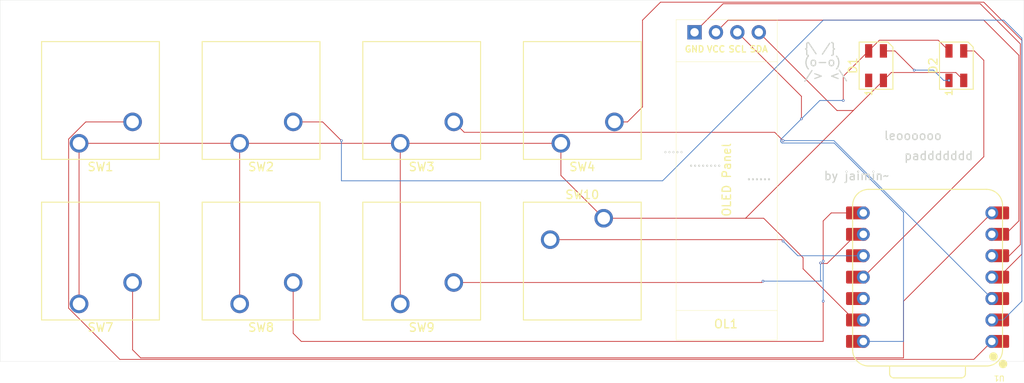
<source format=kicad_pcb>
(kicad_pcb (version 20241229) (generator "pcbnew") (generator_version "9.0")
  (layers (0 "F.Cu" signal) (4 "In1.Cu" signal) (6 "In2.Cu" jumper) (2 "B.Cu" power) (13 "F.Paste" user) (15 "B.Paste" user) (5 "F.SilkS" user "F.Silkscreen") (7 "B.SilkS" user "B.Silkscreen") (1 "F.Mask" user) (3 "B.Mask" user) (25 "Edge.Cuts" user))
  (net 0 "")
  (net 1 "GND")
  (net 2 "Net-(D1-DIN)")
  (net 3 "+5V")
  (net 5 "Net-(D2-DIN)")
  (net 6 "Net-(U1-GPIO2{slash}SCK)")
  (net 7 "Net-(U1-GPIO4{slash}MISO)")
  (net 8 "Net-(U1-GPIO1{slash}RX)")
  (net 10 "Net-(U1-GPIO26{slash}ADC0{slash}A0)")
  (net 11 "Net-(U1-GPIO27{slash}ADC1{slash}A1)")
  (net 12 "Net-(U1-GPIO28{slash}ADC2{slash}A2)")
  (net 13 "Net-(U1-GPIO29{slash}ADC3{slash}A3)")
  (net 14 "Net-(U1-GPIO0{slash}TX)")
  (net 15 "Net-(OL1-SCL)")
  (net 16 "Net-(OL1-SDA)")
  (footprint "Button_Switch_Keyboard:SW_Cherry_MX_1.00u_PCB" (layer "F.Cu") (at 97.4725 102.71125 180)
    (property "Reference" "SW9" (at -2.54 -2.794 0) (layer "F.SilkS"))
    (property "Value" "SW_Push")
    (fp_line (start 4.445 12.065) (end -9.525 12.065) (stroke (width 0.12)) (layer "F.SilkS"))
    (fp_line (start 4.445 -1.905) (end 4.445 12.065) (stroke (width 0.12)) (layer "F.SilkS"))
    (fp_line (start -9.525 12.065) (end -9.525 -1.905) (stroke (width 0.12)) (layer "F.SilkS"))
    (fp_line (start -9.525 -1.905) (end 4.445 -1.905) (stroke (width 0.12)) (layer "F.SilkS"))
    (pad "" np_thru_hole circle (at -7.62 5.08 180) (size 1.7 1.7) (drill 1.7) (layers "*.Cu" "*.Mask"))
    (pad "" np_thru_hole circle (at -2.54 5.08 180) (size 4 4) (drill 4) (layers "*.Cu" "*.Mask"))
    (pad "" np_thru_hole circle (at 2.54 5.08 180) (size 1.7 1.7) (drill 1.7) (layers "*.Cu" "*.Mask"))
    (pad "1" thru_hole circle (at 0 0 180) (size 2.2 2.2) (drill 1.5) (layers "*.Cu" "*.Mask") (net 1 "GND"))
    (pad "2" thru_hole circle (at -6.35 2.54 180) (size 2.2 2.2) (drill 1.5) (layers "*.Cu" "*.Mask") (net 6 "Net-(U1-GPIO2{slash}SCK)"))
  )
  (footprint "LED_SMD:LED_SK6812MINI_PLCC4_3.5x3.5mm_P1.75mm" (layer "F.Cu") (at 153.90625 74.45 90)
    (property "Reference" "D1" (at 0 -2.75 90) (layer "F.SilkS"))
    (property "Value" "SK6812MINI")
    (fp_line (start -2.8 -2) (end 2.8 -2) (stroke (width 0.12)) (layer "F.SilkS"))
    (fp_line (start -2.8 -2) (end -2.8 2) (stroke (width 0.12)) (layer "F.SilkS"))
    (fp_line (start 2.8 1.4) (end 2.8 -2) (stroke (width 0.12)) (layer "F.SilkS"))
    (fp_line (start 2.8 1.4) (end 2.2 2) (stroke (width 0.12)) (layer "F.SilkS"))
    (fp_line (start -2.8 2) (end 2.2 2) (stroke (width 0.12)) (layer "F.SilkS"))
    (fp_text user "1" (at -3.2 -0.875 90) (layer "F.SilkS") (effects (font (size 0.8 0.8))))
    (pad "1" smd rect (at -1.75 -0.875 90) (size 1.6 0.85) (layers "F.Cu" "F.Mask" "F.Paste"))
    (pad "2" smd rect (at -1.75 0.875 90) (size 1.6 0.85) (layers "F.Cu" "F.Mask" "F.Paste") (net 1 "GND"))
    (pad "3" smd rect (at 1.75 0.875 90) (size 1.6 0.85) (layers "F.Cu" "F.Mask" "F.Paste") (net 2 "Net-(D1-DIN)"))
    (pad "4" smd rect (at 1.75 -0.875 90) (size 1.6 0.85) (layers "F.Cu" "F.Mask" "F.Paste") (net 3 "+5V"))
  )
  (footprint "Button_Switch_Keyboard:SW_Cherry_MX_1.00u_PCB" (layer "F.Cu") (at 97.4725 83.66125 180)
    (property "Reference" "SW3" (at -2.54 -2.794 0) (layer "F.SilkS"))
    (property "Value" "SW_Push")
    (fp_line (start 4.445 12.065) (end -9.525 12.065) (stroke (width 0.12)) (layer "F.SilkS"))
    (fp_line (start 4.445 -1.905) (end 4.445 12.065) (stroke (width 0.12)) (layer "F.SilkS"))
    (fp_line (start -9.525 12.065) (end -9.525 -1.905) (stroke (width 0.12)) (layer "F.SilkS"))
    (fp_line (start -9.525 -1.905) (end 4.445 -1.905) (stroke (width 0.12)) (layer "F.SilkS"))
    (pad "" np_thru_hole circle (at -7.62 5.08 180) (size 1.7 1.7) (drill 1.7) (layers "*.Cu" "*.Mask"))
    (pad "" np_thru_hole circle (at -2.54 5.08 180) (size 4 4) (drill 4) (layers "*.Cu" "*.Mask"))
    (pad "" np_thru_hole circle (at 2.54 5.08 180) (size 1.7 1.7) (drill 1.7) (layers "*.Cu" "*.Mask"))
    (pad "1" thru_hole circle (at 0 0 180) (size 2.2 2.2) (drill 1.5) (layers "*.Cu" "*.Mask") (net 1 "GND"))
    (pad "2" thru_hole circle (at -6.35 2.54 180) (size 2.2 2.2) (drill 1.5) (layers "*.Cu" "*.Mask") (net 12 "Net-(U1-GPIO28{slash}ADC2{slash}A2)"))
  )
  (footprint "LED_SMD:LED_SK6812MINI_PLCC4_3.5x3.5mm_P1.75mm" (layer "F.Cu") (at 163.43125 74.45 90)
    (property "Reference" "D2" (at 0 -2.75 90) (layer "F.SilkS"))
    (property "Value" "SK6812MINI")
    (fp_line (start -2.8 -2) (end 2.8 -2) (stroke (width 0.12)) (layer "F.SilkS"))
    (fp_line (start -2.8 -2) (end -2.8 2) (stroke (width 0.12)) (layer "F.SilkS"))
    (fp_line (start 2.8 1.4) (end 2.8 -2) (stroke (width 0.12)) (layer "F.SilkS"))
    (fp_line (start 2.8 1.4) (end 2.2 2) (stroke (width 0.12)) (layer "F.SilkS"))
    (fp_line (start -2.8 2) (end 2.2 2) (stroke (width 0.12)) (layer "F.SilkS"))
    (fp_text user "1" (at -3.2 -0.875 90) (layer "F.SilkS") (effects (font (size 0.8 0.8))))
    (pad "1" smd rect (at -1.75 -0.875 90) (size 1.6 0.85) (layers "F.Cu" "F.Mask" "F.Paste") (net 2 "Net-(D1-DIN)"))
    (pad "2" smd rect (at -1.75 0.875 90) (size 1.6 0.85) (layers "F.Cu" "F.Mask" "F.Paste") (net 1 "GND"))
    (pad "3" smd rect (at 1.75 0.875 90) (size 1.6 0.85) (layers "F.Cu" "F.Mask" "F.Paste") (net 5 "Net-(D2-DIN)"))
    (pad "4" smd rect (at 1.75 -0.875 90) (size 1.6 0.85) (layers "F.Cu" "F.Mask" "F.Paste") (net 3 "+5V"))
  )
  (footprint "oled:SSD1306-0.91-OLED-4pin-128x32" (layer "F.Cu") (at 130.1875 106.99125 90)
    (property "Reference" "OL1" (at 1.9 5.91 0) (layer "F.SilkS"))
    (property "Value" "OLED")
    (fp_line (start 38 0) (end 0 0) (stroke (width 0.04)) (layer "F.SilkS"))
    (fp_line (start 33 0) (end 33 12) (stroke (width 0.04)) (layer "F.SilkS"))
    (fp_line (start 3.5 0) (end 3.5 12) (stroke (width 0.04)) (layer "F.SilkS"))
    (fp_line (start 0 0) (end 0 12) (stroke (width 0.04)) (layer "F.SilkS"))
    (fp_line (start 38 12) (end 38 0) (stroke (width 0.04)) (layer "F.SilkS"))
    (fp_line (start 0 12) (end 38 12) (stroke (width 0.04)) (layer "F.SilkS"))
    (fp_text user "GND" (at 34.5 2.19 0) (layer "F.SilkS") (effects (font (size 0.75 0.75))))
    (fp_text user "SCL" (at 34.5 7.27 0) (layer "F.SilkS") (effects (font (size 0.75 0.75))))
    (fp_text user "SDA" (at 34.5 9.81 0) (layer "F.SilkS") (effects (font (size 0.75 0.75))))
    (fp_text user "VCC" (at 34.5 4.73 0) (layer "F.SilkS") (effects (font (size 0.75 0.75))))
    (fp_text user "OLED Panel" (at 19 6 90) (layer "F.SilkS"))
    (pad "1" thru_hole rect (at 36.5 2.19 90) (size 1.7 1.7) (drill 1) (layers "*.Cu" "*.Mask") (net 16 "Net-(OL1-SDA)"))
    (pad "2" thru_hole oval (at 36.5 4.73 90) (size 1.7 1.7) (drill 1) (layers "*.Cu" "*.Mask") (net 15 "Net-(OL1-SCL)"))
    (pad "3" thru_hole oval (at 36.5 7.27 90) (size 1.7 1.7) (drill 1) (layers "*.Cu" "*.Mask") (net 3 "+5V"))
    (pad "4" thru_hole oval (at 36.5 9.81 90) (size 1.7 1.7) (drill 1) (layers "*.Cu" "*.Mask") (net 1 "GND"))
  )
  (footprint "Button_Switch_Keyboard:SW_Cherry_MX_1.00u_PCB" (layer "F.Cu") (at 78.4225 83.66125 180)
    (property "Reference" "SW2" (at -2.54 -2.794 0) (layer "F.SilkS"))
    (property "Value" "SW_Push")
    (fp_line (start 4.445 12.065) (end -9.525 12.065) (stroke (width 0.12)) (layer "F.SilkS"))
    (fp_line (start 4.445 -1.905) (end 4.445 12.065) (stroke (width 0.12)) (layer "F.SilkS"))
    (fp_line (start -9.525 12.065) (end -9.525 -1.905) (stroke (width 0.12)) (layer "F.SilkS"))
    (fp_line (start -9.525 -1.905) (end 4.445 -1.905) (stroke (width 0.12)) (layer "F.SilkS"))
    (pad "" np_thru_hole circle (at -7.62 5.08 180) (size 1.7 1.7) (drill 1.7) (layers "*.Cu" "*.Mask"))
    (pad "" np_thru_hole circle (at -2.54 5.08 180) (size 4 4) (drill 4) (layers "*.Cu" "*.Mask"))
    (pad "" np_thru_hole circle (at 2.54 5.08 180) (size 1.7 1.7) (drill 1.7) (layers "*.Cu" "*.Mask"))
    (pad "1" thru_hole circle (at 0 0 180) (size 2.2 2.2) (drill 1.5) (layers "*.Cu" "*.Mask") (net 1 "GND"))
    (pad "2" thru_hole circle (at -6.35 2.54 180) (size 2.2 2.2) (drill 1.5) (layers "*.Cu" "*.Mask") (net 11 "Net-(U1-GPIO27{slash}ADC1{slash}A1)"))
  )
  (footprint "OPL:XIAO-RP2040-DIP" (layer "F.Cu") (at 160.02 99.53625 180)
    (property "Reference" "U1" (at -8.5 -12 180) (layer "F.SilkS") (effects (font (size 0.635 0.635) (thickness 0.1016))))
    (property "Value" "XIAO-RP2040-DIP")
    (fp_line (start 8.89 8.509) (end 8.89 -8.636) (stroke (width 0.127)) (layer "F.SilkS"))
    (fp_line (start 6.985 -10.541) (end -6.985 -10.541) (stroke (width 0.1)) (layer "F.SilkS"))
    (fp_line (start 6.985 -10.541) (end -6.985 -10.541) (stroke (width 0.127)) (layer "F.SilkS"))
    (fp_line (start 4.504 -11.451) (end 4.504 -10.541) (stroke (width 0.127)) (layer "F.SilkS"))
    (fp_line (start -3.991272 -11.951) (end 4.004 -11.951) (stroke (width 0.127)) (layer "F.SilkS"))
    (fp_line (start -4.495 -10.541) (end -4.491272 -11.451272) (stroke (width 0.127)) (layer "F.SilkS"))
    (fp_line (start -6.985 10.414) (end 6.985 10.414) (stroke (width 0.127)) (layer "F.SilkS"))
    (fp_line (start -8.89 8.509) (end -8.89 -8.636) (stroke (width 0.127)) (layer "F.SilkS"))
    (fp_arc (start 8.89 8.509) (mid 8.332038 9.856038) (end 6.985 10.414) (stroke (width 0.127)) (layer "F.SilkS"))
    (fp_arc (start 6.985 -10.541) (mid 8.332038 -9.983038) (end 8.89 -8.636) (stroke (width 0.127)) (layer "F.SilkS"))
    (fp_arc (start 4.004 -11.951) (mid 4.357553 -11.804553) (end 4.504 -11.451) (stroke (width 0.127)) (layer "F.SilkS"))
    (fp_arc (start -4.491272 -11.451272) (mid -4.344728 -11.80464) (end -3.991272 -11.951) (stroke (width 0.127)) (layer "F.SilkS"))
    (fp_arc (start -6.985 10.414) (mid -8.332038 9.856038) (end -8.89 8.509) (stroke (width 0.127)) (layer "F.SilkS"))
    (fp_arc (start -8.89 -8.636) (mid -8.332038 -9.983038) (end -6.985 -10.541) (stroke (width 0.127)) (layer "F.SilkS"))
    (fp_circle (center -7.807 -9.42) (end -7.807 -9.674) (stroke (width 0.5)) (fill yes) (layer "F.SilkS"))
    (fp_circle (center -8.95 -10.3) (end -8.95 -10.554) (stroke (width 0.5)) (fill yes) (layer "F.SilkS"))
    (pad "1" smd roundrect (at -8.455 -7.62) (size 2.432 1.524) (layers "F.Cu" "F.Mask") (roundrect_rratio 0.1) (net 10 "Net-(U1-GPIO26{slash}ADC0{slash}A0)"))
    (pad "1" thru_hole circle (at -7.62 -7.62) (size 1.524 1.524) (drill 0.889) (layers "*.Cu" "*.Mask") (net 10 "Net-(U1-GPIO26{slash}ADC0{slash}A0)"))
    (pad "2" smd roundrect (at -8.455 -5.08) (size 2.432 1.524) (layers "F.Cu" "F.Mask") (roundrect_rratio 0.1) (net 11 "Net-(U1-GPIO27{slash}ADC1{slash}A1)"))
    (pad "2" thru_hole circle (at -7.62 -5.08) (size 1.524 1.524) (drill 0.889) (layers "*.Cu" "*.Mask") (net 11 "Net-(U1-GPIO27{slash}ADC1{slash}A1)"))
    (pad "3" smd roundrect (at -8.455 -2.54) (size 2.432 1.524) (layers "F.Cu" "F.Mask") (roundrect_rratio 0.1) (net 12 "Net-(U1-GPIO28{slash}ADC2{slash}A2)"))
    (pad "3" thru_hole circle (at -7.62 -2.54) (size 1.524 1.524) (drill 0.889) (layers "*.Cu" "*.Mask") (net 12 "Net-(U1-GPIO28{slash}ADC2{slash}A2)"))
    (pad "4" smd roundrect (at -8.455 0) (size 2.432 1.524) (layers "F.Cu" "F.Mask") (roundrect_rratio 0.1) (net 13 "Net-(U1-GPIO29{slash}ADC3{slash}A3)"))
    (pad "4" thru_hole circle (at -7.62 0) (size 1.524 1.524) (drill 0.889) (layers "*.Cu" "*.Mask") (net 13 "Net-(U1-GPIO29{slash}ADC3{slash}A3)"))
    (pad "5" smd roundrect (at -8.455 2.54) (size 2.432 1.524) (layers "F.Cu" "F.Mask") (roundrect_rratio 0.1) (net 16 "Net-(OL1-SDA)"))
    (pad "5" thru_hole circle (at -7.62 2.54) (size 1.524 1.524) (drill 0.889) (layers "*.Cu" "*.Mask") (net 16 "Net-(OL1-SDA)"))
    (pad "6" smd roundrect (at -8.455 5.08) (size 2.432 1.524) (layers "F.Cu" "F.Mask") (roundrect_rratio 0.1) (net 15 "Net-(OL1-SCL)"))
    (pad "6" thru_hole circle (at -7.62 5.08) (size 1.524 1.524) (drill 0.889) (layers "*.Cu" "*.Mask") (net 15 "Net-(OL1-SCL)"))
    (pad "7" smd roundrect (at -8.455 7.62) (size 2.432 1.524) (layers "F.Cu" "F.Mask") (roundrect_rratio 0.1) (net 14 "Net-(U1-GPIO0{slash}TX)"))
    (pad "7" thru_hole circle (at -7.62 7.62) (size 1.524 1.524) (drill 0.889) (layers "*.Cu" "*.Mask") (net 14 "Net-(U1-GPIO0{slash}TX)"))
    (pad "8" thru_hole circle (at 7.62 7.62 180) (size 1.524 1.524) (drill 0.889) (layers "*.Cu" "*.Mask") (net 8 "Net-(U1-GPIO1{slash}RX)"))
    (pad "8" smd roundrect (at 8.455 7.62 180) (size 2.432 1.524) (layers "F.Cu" "F.Mask") (roundrect_rratio 0.1) (net 8 "Net-(U1-GPIO1{slash}RX)"))
    (pad "9" thru_hole circle (at 7.62 5.08 180) (size 1.524 1.524) (drill 0.889) (layers "*.Cu" "*.Mask") (net 6 "Net-(U1-GPIO2{slash}SCK)"))
    (pad "9" smd roundrect (at 8.455 5.08 180) (size 2.432 1.524) (layers "F.Cu" "F.Mask") (roundrect_rratio 0.1) (net 6 "Net-(U1-GPIO2{slash}SCK)"))
    (pad "10" thru_hole circle (at 7.62 2.54 180) (size 1.524 1.524) (drill 0.889) (layers "*.Cu" "*.Mask") (net 7 "Net-(U1-GPIO4{slash}MISO)"))
    (pad "10" smd roundrect (at 8.455 2.54 180) (size 2.432 1.524) (layers "F.Cu" "F.Mask") (roundrect_rratio 0.1) (net 7 "Net-(U1-GPIO4{slash}MISO)"))
    (pad "11" thru_hole circle (at 7.62 0 180) (size 1.524 1.524) (drill 0.889) (layers "*.Cu" "*.Mask") (net 5 "Net-(D2-DIN)"))
    (pad "11" smd roundrect (at 8.455 0 180) (size 2.432 1.524) (layers "F.Cu" "F.Mask") (roundrect_rratio 0.1) (net 5 "Net-(D2-DIN)"))
    (pad "12" thru_hole circle (at 7.62 -2.54 180) (size 1.524 1.524) (drill 0.889) (layers "*.Cu" "*.Mask"))
    (pad "12" smd roundrect (at 8.455 -2.54 180) (size 2.432 1.524) (layers "F.Cu" "F.Mask") (roundrect_rratio 0.1))
    (pad "13" thru_hole circle (at 7.62 -5.08 180) (size 1.524 1.524) (drill 0.889) (layers "*.Cu" "*.Mask") (net 1 "GND"))
    (pad "13" smd roundrect (at 8.455 -5.08 180) (size 2.432 1.524) (layers "F.Cu" "F.Mask") (roundrect_rratio 0.1) (net 1 "GND"))
    (pad "14" thru_hole circle (at 7.62 -7.62 180) (size 1.524 1.524) (drill 0.889) (layers "*.Cu" "*.Mask") (net 3 "+5V"))
    (pad "14" smd roundrect (at 8.455 -7.62 180) (size 2.432 1.524) (layers "F.Cu" "F.Mask") (roundrect_rratio 0.1) (net 3 "+5V"))
  )
  (footprint "Button_Switch_Keyboard:SW_Cherry_MX_1.00u_PCB" (layer "F.Cu") (at 121.6025 92.55125)
    (property "Reference" "SW10" (at -2.54 -2.794 0) (layer "F.SilkS"))
    (property "Value" "SW_Push")
    (fp_line (start -9.525 -1.905) (end 4.445 -1.905) (stroke (width 0.12)) (layer "F.SilkS"))
    (fp_line (start -9.525 12.065) (end -9.525 -1.905) (stroke (width 0.12)) (layer "F.SilkS"))
    (fp_line (start 4.445 -1.905) (end 4.445 12.065) (stroke (width 0.12)) (layer "F.SilkS"))
    (fp_line (start 4.445 12.065) (end -9.525 12.065) (stroke (width 0.12)) (layer "F.SilkS"))
    (pad "" np_thru_hole circle (at -7.62 5.08) (size 1.7 1.7) (drill 1.7) (layers "*.Cu" "*.Mask"))
    (pad "" np_thru_hole circle (at -2.54 5.08) (size 4 4) (drill 4) (layers "*.Cu" "*.Mask"))
    (pad "" np_thru_hole circle (at 2.54 5.08) (size 1.7 1.7) (drill 1.7) (layers "*.Cu" "*.Mask"))
    (pad "1" thru_hole circle (at 0 0) (size 2.2 2.2) (drill 1.5) (layers "*.Cu" "*.Mask") (net 1 "GND"))
    (pad "2" thru_hole circle (at -6.35 2.54) (size 2.2 2.2) (drill 1.5) (layers "*.Cu" "*.Mask") (net 7 "Net-(U1-GPIO4{slash}MISO)"))
  )
  (footprint "Button_Switch_Keyboard:SW_Cherry_MX_1.00u_PCB" (layer "F.Cu") (at 116.5225 83.66125 180)
    (property "Reference" "SW4" (at -2.54 -2.794 0) (layer "F.SilkS"))
    (property "Value" "SW_Push")
    (fp_line (start 4.445 12.065) (end -9.525 12.065) (stroke (width 0.12)) (layer "F.SilkS"))
    (fp_line (start 4.445 -1.905) (end 4.445 12.065) (stroke (width 0.12)) (layer "F.SilkS"))
    (fp_line (start -9.525 12.065) (end -9.525 -1.905) (stroke (width 0.12)) (layer "F.SilkS"))
    (fp_line (start -9.525 -1.905) (end 4.445 -1.905) (stroke (width 0.12)) (layer "F.SilkS"))
    (pad "" np_thru_hole circle (at -7.62 5.08 180) (size 1.7 1.7) (drill 1.7) (layers "*.Cu" "*.Mask"))
    (pad "" np_thru_hole circle (at -2.54 5.08 180) (size 4 4) (drill 4) (layers "*.Cu" "*.Mask"))
    (pad "" np_thru_hole circle (at 2.54 5.08 180) (size 1.7 1.7) (drill 1.7) (layers "*.Cu" "*.Mask"))
    (pad "1" thru_hole circle (at 0 0 180) (size 2.2 2.2) (drill 1.5) (layers "*.Cu" "*.Mask") (net 1 "GND"))
    (pad "2" thru_hole circle (at -6.35 2.54 180) (size 2.2 2.2) (drill 1.5) (layers "*.Cu" "*.Mask") (net 13 "Net-(U1-GPIO29{slash}ADC3{slash}A3)"))
  )
  (footprint "Button_Switch_Keyboard:SW_Cherry_MX_1.00u_PCB" (layer "F.Cu") (at 59.3725 102.71125 180)
    (property "Reference" "SW7" (at -2.54 -2.794 0) (layer "F.SilkS"))
    (property "Value" "SW_Push")
    (fp_line (start 4.445 12.065) (end -9.525 12.065) (stroke (width 0.12)) (layer "F.SilkS"))
    (fp_line (start 4.445 -1.905) (end 4.445 12.065) (stroke (width 0.12)) (layer "F.SilkS"))
    (fp_line (start -9.525 12.065) (end -9.525 -1.905) (stroke (width 0.12)) (layer "F.SilkS"))
    (fp_line (start -9.525 -1.905) (end 4.445 -1.905) (stroke (width 0.12)) (layer "F.SilkS"))
    (pad "" np_thru_hole circle (at -7.62 5.08 180) (size 1.7 1.7) (drill 1.7) (layers "*.Cu" "*.Mask"))
    (pad "" np_thru_hole circle (at -2.54 5.08 180) (size 4 4) (drill 4) (layers "*.Cu" "*.Mask"))
    (pad "" np_thru_hole circle (at 2.54 5.08 180) (size 1.7 1.7) (drill 1.7) (layers "*.Cu" "*.Mask"))
    (pad "1" thru_hole circle (at 0 0 180) (size 2.2 2.2) (drill 1.5) (layers "*.Cu" "*.Mask") (net 1 "GND"))
    (pad "2" thru_hole circle (at -6.35 2.54 180) (size 2.2 2.2) (drill 1.5) (layers "*.Cu" "*.Mask") (net 14 "Net-(U1-GPIO0{slash}TX)"))
  )
  (footprint "Button_Switch_Keyboard:SW_Cherry_MX_1.00u_PCB" (layer "F.Cu") (at 59.3725 83.66125 180)
    (property "Reference" "SW1" (at -2.54 -2.794 0) (layer "F.SilkS"))
    (property "Value" "SW_Push")
    (fp_line (start 4.445 12.065) (end -9.525 12.065) (stroke (width 0.12)) (layer "F.SilkS"))
    (fp_line (start 4.445 -1.905) (end 4.445 12.065) (stroke (width 0.12)) (layer "F.SilkS"))
    (fp_line (start -9.525 12.065) (end -9.525 -1.905) (stroke (width 0.12)) (layer "F.SilkS"))
    (fp_line (start -9.525 -1.905) (end 4.445 -1.905) (stroke (width 0.12)) (layer "F.SilkS"))
    (pad "" np_thru_hole circle (at -7.62 5.08 180) (size 1.7 1.7) (drill 1.7) (layers "*.Cu" "*.Mask"))
    (pad "" np_thru_hole circle (at -2.54 5.08 180) (size 4 4) (drill 4) (layers "*.Cu" "*.Mask"))
    (pad "" np_thru_hole circle (at 2.54 5.08 180) (size 1.7 1.7) (drill 1.7) (layers "*.Cu" "*.Mask"))
    (pad "1" thru_hole circle (at 0 0 180) (size 2.2 2.2) (drill 1.5) (layers "*.Cu" "*.Mask") (net 1 "GND"))
    (pad "2" thru_hole circle (at -6.35 2.54 180) (size 2.2 2.2) (drill 1.5) (layers "*.Cu" "*.Mask") (net 10 "Net-(U1-GPIO26{slash}ADC0{slash}A0)"))
  )
  (footprint "Button_Switch_Keyboard:SW_Cherry_MX_1.00u_PCB" (layer "F.Cu") (at 78.4225 102.71125 180)
    (property "Reference" "SW8" (at -2.54 -2.794 0) (layer "F.SilkS"))
    (property "Value" "SW_Push")
    (fp_line (start 4.445 12.065) (end -9.525 12.065) (stroke (width 0.12)) (layer "F.SilkS"))
    (fp_line (start 4.445 -1.905) (end 4.445 12.065) (stroke (width 0.12)) (layer "F.SilkS"))
    (fp_line (start -9.525 12.065) (end -9.525 -1.905) (stroke (width 0.12)) (layer "F.SilkS"))
    (fp_line (start -9.525 -1.905) (end 4.445 -1.905) (stroke (width 0.12)) (layer "F.SilkS"))
    (pad "" np_thru_hole circle (at -7.62 5.08 180) (size 1.7 1.7) (drill 1.7) (layers "*.Cu" "*.Mask"))
    (pad "" np_thru_hole circle (at -2.54 5.08 180) (size 4 4) (drill 4) (layers "*.Cu" "*.Mask"))
    (pad "" np_thru_hole circle (at 2.54 5.08 180) (size 1.7 1.7) (drill 1.7) (layers "*.Cu" "*.Mask"))
    (pad "1" thru_hole circle (at 0 0 180) (size 2.2 2.2) (drill 1.5) (layers "*.Cu" "*.Mask") (net 1 "GND"))
    (pad "2" thru_hole circle (at -6.35 2.54 180) (size 2.2 2.2) (drill 1.5) (layers "*.Cu" "*.Mask") (net 8 "Net-(U1-GPIO1{slash}RX)"))
  )
  (gr_rect (start 50.00625 66.675) (end 171.45 109.5375) (stroke (width 0.0254)) (fill no) (layer "Edge.Cuts"))
  (gr_text "{\\ /}\n(o-o)\n/> <\\" (at 145.25625 76.2 0) (layer "Edge.Cuts") (effects (font (size 1 1)) (justify left bottom)))
  (gr_text "leoooooo" (at 154.78125 83.34375 0) (layer "Edge.Cuts") (effects (font (size 1 1)) (justify left bottom)))
  (gr_text "by jaimin~" (at 147.6375 88.10625 0) (layer "Edge.Cuts") (effects (font (size 1 1)) (justify left bottom)))
  (gr_text "..... \n    ........\n             ......" (at 128.5875 88.10625 0) (layer "Edge.Cuts") (effects (font (size 1 1)) (justify left bottom)))
  (gr_text "paddddddd\n" (at 157.1625 85.725 0) (layer "Edge.Cuts") (effects (font (size 1 1)) (justify left bottom)))
  (segment (start 138.43 92.55125) (end 121.6025 92.55125) (width 0.0889) (layer "F.Cu") (net 1))
  (segment (start 151.209375 79.771875) (end 138.43 92.55125) (width 0.0889) (layer "F.Cu") (net 1))
  (segment (start 139.9975 70.49125) (end 149.278125 79.771875) (width 0.0889) (layer "F.Cu") (net 1))
  (segment (start 59.3725 83.66125) (end 78.4225 83.66125) (width 0.0889) (layer "F.Cu") (net 1))
  (segment (start 78.4225 83.66125) (end 116.5225 83.66125) (width 0.0889) (layer "F.Cu") (net 1))
  (segment (start 154.78125 76.2) (end 151.209375 79.771875) (width 0.0889) (layer "F.Cu") (net 1))
  (segment (start 155.7156 75.26565) (end 163.3719 75.26565) (width 0.0889) (layer "F.Cu") (net 1))
  (segment (start 97.4725 83.66125) (end 97.4725 102.71125) (width 0.0889) (layer "F.Cu") (net 1))
  (segment (start 59.3725 102.71125) (end 59.3725 83.66125) (width 0.0889) (layer "F.Cu") (net 1))
  (segment (start 140.578382 92.55125) (end 145.25625 97.229118) (width 0.0889) (layer "F.Cu") (net 1))
  (segment (start 145.25625 97.229118) (end 145.25625 98.55013) (width 0.0889) (layer "F.Cu") (net 1))
  (segment (start 138.43 92.55125) (end 140.578382 92.55125) (width 0.0889) (layer "F.Cu") (net 1))
  (segment (start 145.25625 98.55013) (end 151.32237 104.61625) (width 0.0889) (layer "F.Cu") (net 1))
  (segment (start 151.32237 104.61625) (end 152.4 104.61625) (width 0.0889) (layer "F.Cu") (net 1))
  (segment (start 154.78125 76.2) (end 155.7156 75.26565) (width 0.0889) (layer "F.Cu") (net 1))
  (segment (start 163.3719 75.26565) (end 164.30625 76.2) (width 0.0889) (layer "F.Cu") (net 1))
  (segment (start 121.6025 92.55125) (end 116.5225 87.47125) (width 0.0889) (layer "F.Cu") (net 1))
  (segment (start 149.278125 79.771875) (end 151.209375 79.771875) (width 0.0889) (layer "F.Cu") (net 1))
  (segment (start 78.4225 102.71125) (end 78.4225 83.66125) (width 0.0889) (layer "F.Cu") (net 1))
  (segment (start 116.5225 87.47125) (end 116.5225 83.66125) (width 0.0889) (layer "F.Cu") (net 1))
  (segment (start 156.1483 72.7) (end 158.4306 74.9823) (width 0.0889) (layer "F.Cu") (net 2))
  (segment (start 154.78125 72.7) (end 156.1483 72.7) (width 0.0889) (layer "F.Cu") (net 2))
  (via (at 162.55625 76.2) (size 0.3) (drill 0.15) (layers "F.Cu" "B.Cu") (net 2))
  (via (at 158.4306 74.9823) (size 0.3) (drill 0.15) (layers "F.Cu" "B.Cu") (net 2))
  (segment (start 161.925 76.2) (end 162.55625 76.2) (width 0.0889) (layer "B.Cu") (net 2))
  (segment (start 160.7073 74.9823) (end 161.925 76.2) (width 0.0889) (layer "B.Cu") (net 2))
  (segment (start 158.4306 74.9823) (end 160.7073 74.9823) (width 0.0889) (layer "B.Cu") (net 2))
  (segment (start 137.4575 70.49125) (end 145.055184 78.088934) (width 0.0889) (layer "F.Cu") (net 3))
  (segment (start 153.03125 72.7) (end 150.01875 75.7125) (width 0.0889) (layer "F.Cu") (net 3))
  (segment (start 153.03125 72.7) (end 154.29375 71.4375) (width 0.0889) (layer "F.Cu") (net 3))
  (segment (start 161.29375 71.4375) (end 162.55625 72.7) (width 0.0889) (layer "F.Cu") (net 3))
  (segment (start 154.29375 71.4375) (end 161.29375 71.4375) (width 0.0889) (layer "F.Cu") (net 3))
  (segment (start 150.01875 75.7125) (end 150.01875 78.58125) (width 0.0889) (layer "F.Cu") (net 3))
  (segment (start 145.055184 78.088934) (end 145.055184 80.761434) (width 0.0889) (layer "F.Cu") (net 3))
  (via (at 150.01875 78.58125) (size 0.3) (drill 0.15) (layers "F.Cu" "B.Cu") (net 3))
  (via (at 145.055184 80.761434) (size 0.3) (drill 0.15) (layers "F.Cu" "B.Cu") (net 3))
  (segment (start 157.1625 107.15625) (end 152.4 107.15625) (width 0.0889) (layer "B.Cu") (net 3))
  (segment (start 157.1625 91.851612) (end 157.1625 107.15625) (width 0.0889) (layer "B.Cu") (net 3))
  (segment (start 142.757218 83.6281) (end 148.938988 83.6281) (width 0.0889) (layer "B.Cu") (net 3))
  (segment (start 147.235368 78.58125) (end 145.055184 80.761434) (width 0.0889) (layer "B.Cu") (net 3))
  (segment (start 150.01875 78.58125) (end 147.235368 78.58125) (width 0.0889) (layer "B.Cu") (net 3))
  (segment (start 148.938988 83.6281) (end 157.1625 91.851612) (width 0.0889) (layer "B.Cu") (net 3))
  (segment (start 145.055184 80.761434) (end 142.59065 83.225968) (width 0.0889) (layer "B.Cu") (net 3))
  (segment (start 142.59065 83.461532) (end 142.757218 83.6281) (width 0.0889) (layer "B.Cu") (net 3))
  (segment (start 142.59065 83.225968) (end 142.59065 83.461532) (width 0.0889) (layer "B.Cu") (net 3))
  (segment (start 166.6875 85.24875) (end 166.6875 73.81875) (width 0.0889) (layer "F.Cu") (net 5))
  (segment (start 166.6875 73.81875) (end 165.56875 72.7) (width 0.0889) (layer "F.Cu") (net 5))
  (segment (start 152.4 99.53625) (end 166.6875 85.24875) (width 0.0889) (layer "F.Cu") (net 5))
  (segment (start 165.56875 72.7) (end 164.30625 72.7) (width 0.0889) (layer "F.Cu") (net 5))
  (segment (start 103.8225 100.17125) (end 140.335 100.17125) (width 0.0889) (layer "F.Cu") (net 6))
  (segment (start 147.379626 97.9156) (end 148.10565 97.9156) (width 0.0889) (layer "F.Cu") (net 6))
  (segment (start 147.320336 97.85631) (end 147.379626 97.9156) (width 0.0889) (layer "F.Cu") (net 6))
  (segment (start 140.335 100.17125) (end 140.49375 100.0125) (width 0.0889) (layer "F.Cu") (net 6))
  (segment (start 148.10565 97.9156) (end 151.565 94.45625) (width 0.0889) (layer "F.Cu") (net 6))
  (via (at 147.320336 97.85631) (size 0.3) (drill 0.15) (layers "F.Cu" "B.Cu") (net 6))
  (via (at 140.49375 100.0125) (size 0.3) (drill 0.15) (layers "F.Cu" "B.Cu") (net 6))
  (segment (start 147.320336 99.874136) (end 147.320336 97.85631) (width 0.0889) (layer "B.Cu") (net 6))
  (segment (start 140.49375 100.0125) (end 147.4587 100.0125) (width 0.0889) (layer "B.Cu") (net 6))
  (segment (start 147.4587 100.0125) (end 147.320336 99.874136) (width 0.0889) (layer "B.Cu") (net 6))
  (segment (start 115.2525 95.09125) (end 142.71625 95.09125) (width 0.0889) (layer "F.Cu") (net 7))
  (segment (start 142.71625 95.09125) (end 142.875 95.25) (width 0.0889) (layer "F.Cu") (net 7))
  (via (at 142.875 95.25) (size 0.3) (drill 0.15) (layers "F.Cu" "B.Cu") (net 7))
  (segment (start 144.62125 96.99625) (end 152.4 96.99625) (width 0.0889) (layer "B.Cu") (net 7))
  (segment (start 142.875 95.25) (end 144.62125 96.99625) (width 0.0889) (layer "B.Cu") (net 7))
  (segment (start 147.6375 107.15625) (end 147.6375 102.39375) (width 0.0889) (layer "F.Cu") (net 8))
  (segment (start 84.7725 100.17125) (end 84.7725 106.20375) (width 0.0889) (layer "F.Cu") (net 8))
  (segment (start 84.7725 106.20375) (end 85.725 107.15625) (width 0.0889) (layer "F.Cu") (net 8))
  (segment (start 147.6375 92.86875) (end 148.59 91.91625) (width 0.0889) (layer "F.Cu") (net 8))
  (segment (start 147.6375 97.63125) (end 147.6375 92.86875) (width 0.0889) (layer "F.Cu") (net 8))
  (segment (start 148.59 91.91625) (end 152.4 91.91625) (width 0.0889) (layer "F.Cu") (net 8))
  (segment (start 85.725 107.15625) (end 147.6375 107.15625) (width 0.0889) (layer "F.Cu") (net 8))
  (via (at 147.6375 102.39375) (size 0.3) (drill 0.15) (layers "F.Cu" "B.Cu") (net 8))
  (via (at 147.6375 97.63125) (size 0.3) (drill 0.15) (layers "F.Cu" "B.Cu") (net 8))
  (segment (start 147.6375 102.39375) (end 147.6375 97.63125) (width 0.0889) (layer "B.Cu") (net 8))
  (segment (start 65.7225 81.12125) (end 60.166865 81.12125) (width 0.0889) (layer "F.Cu") (net 10))
  (segment (start 165.5074 109.28885) (end 167.64 107.15625) (width 0.0889) (layer "F.Cu") (net 10))
  (segment (start 60.166865 81.12125) (end 58.13815 83.149965) (width 0.0889) (layer "F.Cu") (net 10))
  (segment (start 58.13815 103.222535) (end 64.204465 109.28885) (width 0.0889) (layer "F.Cu") (net 10))
  (segment (start 58.13815 83.149965) (end 58.13815 103.222535) (width 0.0889) (layer "F.Cu") (net 10))
  (segment (start 64.204465 109.28885) (end 165.5074 109.28885) (width 0.0889) (layer "F.Cu") (net 10))
  (segment (start 84.7725 81.12125) (end 88.265 81.12125) (width 0.0889) (layer "F.Cu") (net 11))
  (segment (start 88.265 81.12125) (end 90.4875 83.34375) (width 0.0889) (layer "F.Cu") (net 11))
  (via (at 90.4875 83.34375) (size 0.3) (drill 0.15) (layers "F.Cu" "B.Cu") (net 11))
  (segment (start 90.4875 88.10625) (end 128.5875 88.10625) (width 0.0889) (layer "B.Cu") (net 11))
  (segment (start 171.20135 102.39375) (end 168.97885 104.61625) (width 0.0889) (layer "B.Cu") (net 11))
  (segment (start 147.6375 69.05625) (end 169.06875 69.05625) (width 0.0889) (layer "B.Cu") (net 11))
  (segment (start 169.06875 69.05625) (end 171.20135 71.18885) (width 0.0889) (layer "B.Cu") (net 11))
  (segment (start 128.5875 88.10625) (end 147.6375 69.05625) (width 0.0889) (layer "B.Cu") (net 11))
  (segment (start 90.4875 83.34375) (end 90.4875 88.10625) (width 0.0889) (layer "B.Cu") (net 11))
  (segment (start 168.97885 104.61625) (end 167.64 104.61625) (width 0.0889) (layer "B.Cu") (net 11))
  (segment (start 171.20135 71.18885) (end 171.20135 102.39375) (width 0.0889) (layer "B.Cu") (net 11))
  (segment (start 141.88685 82.3556) (end 142.875 83.34375) (width 0.0889) (layer "F.Cu") (net 12))
  (segment (start 105.05685 82.3556) (end 141.88685 82.3556) (width 0.0889) (layer "F.Cu") (net 12))
  (segment (start 103.8225 81.12125) (end 105.05685 82.3556) (width 0.0889) (layer "F.Cu") (net 12))
  (via (at 142.875 83.34375) (size 0.3) (drill 0.15) (layers "F.Cu" "B.Cu") (net 12))
  (segment (start 142.875 83.34375) (end 148.9075 83.34375) (width 0.0889) (layer "B.Cu") (net 12))
  (segment (start 148.9075 83.34375) (end 167.64 102.07625) (width 0.0889) (layer "B.Cu") (net 12))
  (segment (start 122.8725 81.12125) (end 124.428134 81.12125) (width 0.0889) (layer "F.Cu") (net 13))
  (segment (start 126.20625 79.343134) (end 126.20625 69.05625) (width 0.0889) (layer "F.Cu") (net 13))
  (segment (start 171.20135 96.8099) (end 168.475 99.53625) (width 0.0889) (layer "F.Cu") (net 13))
  (segment (start 166.6875 66.92365) (end 171.20135 71.4375) (width 0.0889) (layer "F.Cu") (net 13))
  (segment (start 128.33885 66.92365) (end 166.6875 66.92365) (width 0.0889) (layer "F.Cu") (net 13))
  (segment (start 126.20625 69.05625) (end 128.33885 66.92365) (width 0.0889) (layer "F.Cu") (net 13))
  (segment (start 171.20135 71.4375) (end 171.20135 96.8099) (width 0.0889) (layer "F.Cu") (net 13))
  (segment (start 124.428134 81.12125) (end 126.20625 79.343134) (width 0.0889) (layer "F.Cu") (net 13))
  (segment (start 65.7225 100.17125) (end 65.7225 108.15755) (width 0.0889) (layer "F.Cu") (net 14))
  (segment (start 66.675 109.11005) (end 157.1625 109.11005) (width 0.0889) (layer "F.Cu") (net 14))
  (segment (start 157.1625 109.11005) (end 157.1625 102.39375) (width 0.0889) (layer "F.Cu") (net 14))
  (segment (start 157.1625 102.39375) (end 167.64 91.91625) (width 0.0889) (layer "F.Cu") (net 14))
  (segment (start 65.7225 108.15755) (end 66.675 109.11005) (width 0.0889) (layer "F.Cu") (net 14))
  (segment (start 170.84375 73.2125) (end 170.84375 92.86875) (width 0.0889) (layer "F.Cu") (net 15))
  (segment (start 166.6875 69.05625) (end 170.84375 73.2125) (width 0.0889) (layer "F.Cu") (net 15))
  (segment (start 169.25625 94.45625) (end 167.64 94.45625) (width 0.0889) (layer "F.Cu") (net 15))
  (segment (start 170.84375 92.86875) (end 169.25625 94.45625) (width 0.0889) (layer "F.Cu") (net 15))
  (segment (start 134.9175 70.49125) (end 136.3525 69.05625) (width 0.0889) (layer "F.Cu") (net 15))
  (segment (start 136.3525 69.05625) (end 166.6875 69.05625) (width 0.0889) (layer "F.Cu") (net 15))
  (segment (start 171.02255 71.86495) (end 171.02255 95.67745) (width 0.0889) (layer "F.Cu") (net 16))
  (segment (start 169.06875 97.63125) (end 168.43375 96.99625) (width 0.0889) (layer "F.Cu") (net 16))
  (segment (start 166.26005 67.10245) (end 171.02255 71.86495) (width 0.0889) (layer "F.Cu") (net 16))
  (segment (start 132.3775 70.49125) (end 135.7663 67.10245) (width 0.0889) (layer "F.Cu") (net 16))
  (segment (start 168.43375 96.99625) (end 167.64 96.99625) (width 0.0889) (layer "F.Cu") (net 16))
  (segment (start 135.7663 67.10245) (end 166.26005 67.10245) (width 0.0889) (layer "F.Cu") (net 16))
  (segment (start 171.02255 95.67745) (end 169.06875 97.63125) (width 0.0889) (layer "F.Cu") (net 16))
)
</source>
